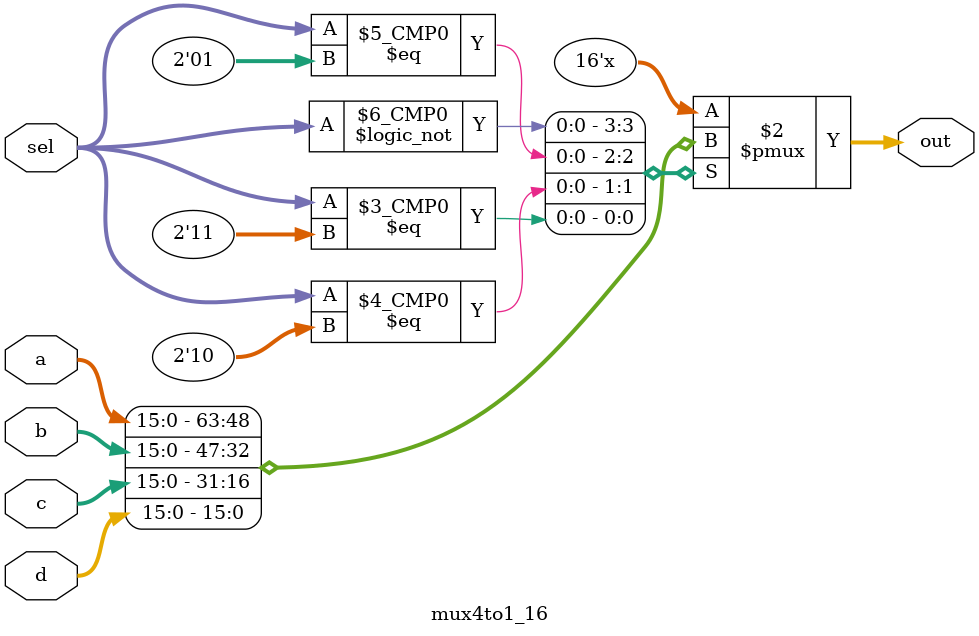
<source format=v>

module mux4to1_16(sel, a, b, c, d, out);
// bus_width can be 16, 32, 48, ...
parameter bus_width = 16;

output [bus_width - 1:0] out;
input [1:0] sel;
input [bus_width - 1:0] a;
input [bus_width - 1:0] b;
input [bus_width - 1:0] c;
input [bus_width - 1:0] d;
reg [bus_width - 1:0] out;

always @(sel or a or b or c or d)
    begin
        case (sel)
            2'b00: out = a;
            2'b01: out = b;
            2'b10: out = c;
            2'b11: out = d;
            default: out = 'bx;
        endcase
    end

endmodule

</source>
